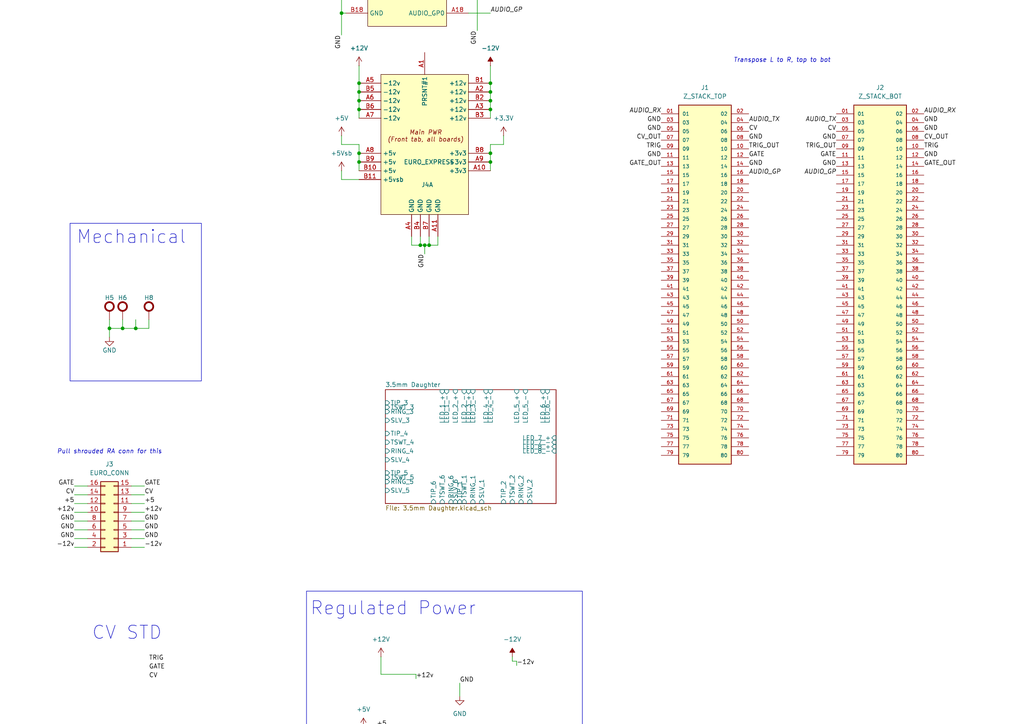
<source format=kicad_sch>
(kicad_sch (version 20231120) (generator "eeschema") (generator_version "8.0")
  (paper "A4")
  (lib_symbols
    (symbol "AT-Symbols:LSS-140-03-F-DV-A-K-TR" (pin_names (offset 1.016))
      (property "Reference" "J" (at -8.12 53.34 0))
      (property "Value" "LSS-140-03-F-DV-A-K-TR" (at -7.62 -53.34 0))
      (symbol "LSS-140-03-F-DV-A-K-TR_0_0"
        (rectangle (start -7.62 -50.8) (end 7.62 53.34) (stroke (width 0.254)) (fill (type background)))
        (pin passive line (at -12.7 50.8 0) (length 5.08) (name "01") (number "01"))
        (pin passive line (at 12.7 50.8 180) (length 5.08) (name "02") (number "02"))
        (pin passive line (at -12.7 48.26 0) (length 5.08) (name "03") (number "03"))
        (pin passive line (at 12.7 48.26 180) (length 5.08) (name "04") (number "04"))
        (pin passive line (at -12.7 45.72 0) (length 5.08) (name "05") (number "05"))
        (pin passive line (at 12.7 45.72 180) (length 5.08) (name "06") (number "06"))
        (pin passive line (at -12.7 43.18 0) (length 5.08) (name "07") (number "07"))
        (pin passive line (at 12.7 43.18 180) (length 5.08) (name "08") (number "08"))
        (pin passive line (at -12.7 40.64 0) (length 5.08) (name "09") (number "09"))
        (pin passive line (at 12.7 40.64 180) (length 5.08) (name "10") (number "10"))
        (pin passive line (at -12.7 38.1 0) (length 5.08) (name "11") (number "11"))
        (pin passive line (at 12.7 38.1 180) (length 5.08) (name "12") (number "12"))
        (pin passive line (at -12.7 35.56 0) (length 5.08) (name "13") (number "13"))
        (pin passive line (at 12.7 35.56 180) (length 5.08) (name "14") (number "14"))
        (pin passive line (at -12.7 33.02 0) (length 5.08) (name "15") (number "15"))
        (pin passive line (at 12.7 33.02 180) (length 5.08) (name "16") (number "16"))
        (pin passive line (at -12.7 30.48 0) (length 5.08) (name "17") (number "17"))
        (pin passive line (at 12.7 30.48 180) (length 5.08) (name "18") (number "18"))
        (pin passive line (at -12.7 27.94 0) (length 5.08) (name "19") (number "19"))
        (pin passive line (at 12.7 27.94 180) (length 5.08) (name "20") (number "20"))
        (pin passive line (at -12.7 25.4 0) (length 5.08) (name "21") (number "21"))
        (pin passive line (at 12.7 25.4 180) (length 5.08) (name "22") (number "22"))
        (pin passive line (at -12.7 22.86 0) (length 5.08) (name "23") (number "23"))
        (pin passive line (at 12.7 22.86 180) (length 5.08) (name "24") (number "24"))
        (pin passive line (at -12.7 20.32 0) (length 5.08) (name "25") (number "25"))
        (pin passive line (at 12.7 20.32 180) (length 5.08) (name "26") (number "26"))
        (pin passive line (at -12.7 17.78 0) (length 5.08) (name "27") (number "27"))
        (pin passive line (at 12.7 17.78 180) (length 5.08) (name "28") (number "28"))
        (pin passive line (at -12.7 15.24 0) (length 5.08) (name "29") (number "29"))
        (pin passive line (at 12.7 15.24 180) (length 5.08) (name "30") (number "30"))
        (pin passive line (at -12.7 12.7 0) (length 5.08) (name "31") (number "31"))
        (pin passive line (at 12.7 12.7 180) (length 5.08) (name "32") (number "32"))
        (pin passive line (at -12.7 10.16 0) (length 5.08) (name "33") (number "33"))
        (pin passive line (at 12.7 10.16 180) (length 5.08) (name "34") (number "34"))
        (pin passive line (at -12.7 7.62 0) (length 5.08) (name "35") (number "35"))
        (pin passive line (at 12.7 7.62 180) (length 5.08) (name "36") (number "36"))
        (pin passive line (at -12.7 5.08 0) (length 5.08) (name "37") (number "37"))
        (pin passive line (at 12.7 5.08 180) (length 5.08) (name "38") (number "38"))
        (pin passive line (at -12.7 2.54 0) (length 5.08) (name "39") (number "39"))
        (pin passive line (at 12.7 2.54 180) (length 5.08) (name "40") (number "40"))
        (pin passive line (at -12.7 0 0) (length 5.08) (name "41") (number "41"))
        (pin passive line (at 12.7 0 180) (length 5.08) (name "42") (number "42"))
        (pin passive line (at -12.7 -2.54 0) (length 5.08) (name "43") (number "43"))
        (pin passive line (at 12.7 -2.54 180) (length 5.08) (name "44") (number "44"))
        (pin passive line (at -12.7 -5.08 0) (length 5.08) (name "45") (number "45"))
        (pin passive line (at 12.7 -5.08 180) (length 5.08) (name "46") (number "46"))
        (pin passive line (at -12.7 -7.62 0) (length 5.08) (name "47") (number "47"))
        (pin passive line (at 12.7 -7.62 180) (length 5.08) (name "48") (number "48"))
        (pin passive line (at -12.7 -10.16 0) (length 5.08) (name "49") (number "49"))
        (pin passive line (at 12.7 -10.16 180) (length 5.08) (name "50") (number "50"))
        (pin passive line (at -12.7 -12.7 0) (length 5.08) (name "51") (number "51"))
        (pin passive line (at 12.7 -12.7 180) (length 5.08) (name "52") (number "52"))
        (pin passive line (at -12.7 -15.24 0) (length 5.08) (name "53") (number "53"))
        (pin passive line (at 12.7 -15.24 180) (length 5.08) (name "54") (number "54"))
        (pin passive line (at -12.7 -17.78 0) (length 5.08) (name "55") (number "55"))
        (pin passive line (at 12.7 -17.78 180) (length 5.08) (name "56") (number "56"))
        (pin passive line (at -12.7 -20.32 0) (length 5.08) (name "57") (number "57"))
        (pin passive line (at 12.7 -20.32 180) (length 5.08) (name "58") (number "58"))
        (pin passive line (at -12.7 -22.86 0) (length 5.08) (name "59") (number "59"))
        (pin passive line (at 12.7 -22.86 180) (length 5.08) (name "60") (number "60"))
        (pin passive line (at -12.7 -25.4 0) (length 5.08) (name "61") (number "61"))
        (pin passive line (at 12.7 -25.4 180) (length 5.08) (name "62") (number "62"))
        (pin passive line (at -12.7 -27.94 0) (length 5.08) (name "63") (number "63"))
        (pin passive line (at 12.7 -27.94 180) (length 5.08) (name "64") (number "64"))
        (pin passive line (at -12.7 -30.48 0) (length 5.08) (name "65") (number "65"))
        (pin passive line (at 12.7 -30.48 180) (length 5.08) (name "66") (number "66"))
        (pin passive line (at -12.7 -33.02 0) (length 5.08) (name "67") (number "67"))
        (pin passive line (at 12.7 -33.02 180) (length 5.08) (name "68") (number "68"))
        (pin passive line (at -12.7 -35.56 0) (length 5.08) (name "69") (number "69"))
        (pin passive line (at 12.7 -35.56 180) (length 5.08) (name "70") (number "70"))
        (pin passive line (at -12.7 -38.1 0) (length 5.08) (name "71") (number "71"))
        (pin passive line (at 12.7 -38.1 180) (length 5.08) (name "72") (number "72"))
        (pin passive line (at -12.7 -40.64 0) (length 5.08) (name "73") (number "73"))
        (pin passive line (at 12.7 -40.64 180) (length 5.08) (name "74") (number "74"))
        (pin passive line (at -12.7 -43.18 0) (length 5.08) (name "75") (number "75"))
        (pin passive line (at 12.7 -43.18 180) (length 5.08) (name "76") (number "76"))
        (pin passive line (at -12.7 -45.72 0) (length 5.08) (name "77") (number "77"))
        (pin passive line (at 12.7 -45.72 180) (length 5.08) (name "78") (number "78"))
        (pin passive line (at -12.7 -48.26 0) (length 5.08) (name "79") (number "79"))
        (pin passive line (at 12.7 -48.26 180) (length 5.08) (name "80") (number "80"))
      )
    )
    (symbol "Connector:EURO_Express" (in_bom no)
      (property "Reference" "J" (at -30.226 18.288 0))
      (property "Value" "EURO_EXPRESS" (at -12.192 43.434 0))
      (symbol "EURO_Express_1_0"
        (pin power_in line (at 19.05 -10.16 180) (length 6.35) (name "+3v3") (number "A10"))
        (pin power_in line (at 19.05 12.7 180) (length 6.35) (name "+12v") (number "A2"))
        (pin power_in line (at 19.05 7.62 180) (length 6.35) (name "+12v") (number "A3"))
        (pin passive line (at -3.81 -29.21 90) (length 6.35) (name "GND") (number "A4"))
        (pin power_in line (at -19.05 15.24 0) (length 6.35) (name "-12v") (number "A5"))
        (pin power_in line (at -19.05 10.16 0) (length 6.35) (name "-12v") (number "A6"))
        (pin power_in line (at -19.05 5.08 0) (length 6.35) (name "-12v") (number "A7"))
        (pin power_in line (at 19.05 -7.62 180) (length 6.35) (name "+3v3") (number "A9"))
        (pin power_in line (at 19.05 15.24 180) (length 6.35) (name "+12v") (number "B1"))
        (pin power_in line (at 19.05 10.16 180) (length 6.35) (name "+12v") (number "B2"))
        (pin power_in line (at 19.05 5.08 180) (length 6.35) (name "+12v") (number "B3"))
        (pin passive line (at -1.27 -29.21 90) (length 6.35) (name "GND") (number "B4"))
        (pin power_in line (at -19.05 12.7 0) (length 6.35) (name "-12v") (number "B5"))
        (pin power_in line (at -19.05 7.62 0) (length 6.35) (name "-12v") (number "B6"))
        (pin power_in line (at 19.05 -5.08 180) (length 6.35) (name "+3v3") (number "B8"))
      )
      (symbol "EURO_Express_1_1"
        (rectangle (start -12.7 17.78) (end 12.7 -22.86) (stroke (width 0) (color 72 0 0 1)) (fill (type background)))
        (text "Main PWR\n(Front tab, all boards)" (at 0.254 0 0) (effects (font (size 1.27 1.27) (italic yes))))
        (pin power_in line (at 0 24.13 270) (length 6.35) (name "PRSNT#1") (number "A1"))
        (pin passive line (at 3.81 -29.21 90) (length 6.35) (name "GND") (number "A11"))
        (pin power_in line (at -19.05 -5.08 0) (length 6.35) (name "+5v") (number "A8"))
        (pin power_in line (at -19.05 -10.16 0) (length 6.35) (name "+5v") (number "B10"))
        (pin power_in line (at -19.05 -12.7 0) (length 6.35) (name "+5vsb") (number "B11"))
        (pin passive line (at 1.27 -29.21 90) (length 6.35) (name "GND") (number "B7"))
        (pin power_in line (at -19.05 -7.62 0) (length 6.35) (name "+5v") (number "B9"))
      )
      (symbol "EURO_Express_2_1"
        (rectangle (start -20.32 41.91) (end 2.54 1.27) (stroke (width 0) (color 72 0 0 1)) (fill (type background)))
        (text "Core Lanes (PCIe x1)" (at -9.144 21.844 900) (effects (font (size 1.27 1.27) (italic yes))))
        (pin passive line (at 8.89 35.56 180) (length 6.35) (name "GND") (number "A12"))
        (pin output line (at 8.89 30.48 180) (length 6.35) (name "AUDIO_TX") (number "A13"))
        (pin output line (at 8.89 25.4 180) (length 6.35) (name "CV_IN") (number "A14"))
        (pin passive line (at 8.89 20.32 180) (length 6.35) (name "GND") (number "A15"))
        (pin output line (at 8.89 15.24 180) (length 6.35) (name "TRIG_OUT") (number "A16"))
        (pin input line (at 8.89 10.16 180) (length 6.35) (name "GATE_IN") (number "A17"))
        (pin bidirectional line (at 8.89 5.08 180) (length 6.35) (name "AUDIO_GP0") (number "A18"))
        (pin input line (at -26.67 35.56 0) (length 6.35) (name "AUDIO_RX") (number "B12"))
        (pin passive line (at -26.67 30.48 0) (length 6.35) (name "GND") (number "B13"))
        (pin output line (at -26.67 25.4 0) (length 6.35) (name "CV_OUT") (number "B14"))
        (pin input line (at -26.67 20.32 0) (length 6.35) (name "TRIG_IN") (number "B15"))
        (pin passive line (at -26.67 15.24 0) (length 6.35) (name "GND") (number "B16"))
        (pin output line (at -26.67 10.16 0) (length 6.35) (name "GATE_OUT") (number "B17"))
        (pin passive line (at -26.67 5.08 0) (length 6.35) (name "GND") (number "B18"))
      )
    )
    (symbol "Connector_Generic:Conn_02x08_Odd_Even" (pin_names (offset 1.016) hide)
      (property "Reference" "J" (at 1.27 10.16 0))
      (property "Value" "Conn_02x08_Odd_Even" (at 1.27 -12.7 0))
      (symbol "Conn_02x08_Odd_Even_1_1"
        (rectangle (start -1.27 -10.033) (end 0 -10.287) (stroke (width 0.1524)))
        (rectangle (start -1.27 -7.493) (end 0 -7.747) (stroke (width 0.1524)))
        (rectangle (start -1.27 -4.953) (end 0 -5.207) (stroke (width 0.1524)))
        (rectangle (start -1.27 -2.413) (end 0 -2.667) (stroke (width 0.1524)))
        (rectangle (start -1.27 0.127) (end 0 -0.127) (stroke (width 0.1524)))
        (rectangle (start -1.27 2.667) (end 0 2.413) (stroke (width 0.1524)))
        (rectangle (start -1.27 5.207) (end 0 4.953) (stroke (width 0.1524)))
        (rectangle (start -1.27 7.747) (end 0 7.493) (stroke (width 0.1524)))
        (rectangle (start -1.27 8.89) (end 3.81 -11.43) (stroke (width 0.254)) (fill (type background)))
        (rectangle (start 3.81 -10.033) (end 2.54 -10.287) (stroke (width 0.1524)))
        (rectangle (start 3.81 -7.493) (end 2.54 -7.747) (stroke (width 0.1524)))
        (rectangle (start 3.81 -4.953) (end 2.54 -5.207) (stroke (width 0.1524)))
        (rectangle (start 3.81 -2.413) (end 2.54 -2.667) (stroke (width 0.1524)))
        (rectangle (start 3.81 0.127) (end 2.54 -0.127) (stroke (width 0.1524)))
        (rectangle (start 3.81 2.667) (end 2.54 2.413) (stroke (width 0.1524)))
        (rectangle (start 3.81 5.207) (end 2.54 4.953) (stroke (width 0.1524)))
        (rectangle (start 3.81 7.747) (end 2.54 7.493) (stroke (width 0.1524)))
        (pin passive line (at -5.08 7.62 0) (length 3.81) (name "Pin_1") (number "1"))
        (pin passive line (at 7.62 -2.54 180) (length 3.81) (name "Pin_10") (number "10"))
        (pin passive line (at -5.08 -5.08 0) (length 3.81) (name "Pin_11") (number "11"))
        (pin passive line (at 7.62 -5.08 180) (length 3.81) (name "Pin_12") (number "12"))
        (pin passive line (at -5.08 -7.62 0) (length 3.81) (name "Pin_13") (number "13"))
        (pin passive line (at 7.62 -7.62 180) (length 3.81) (name "Pin_14") (number "14"))
        (pin passive line (at -5.08 -10.16 0) (length 3.81) (name "Pin_15") (number "15"))
        (pin passive line (at 7.62 -10.16 180) (length 3.81) (name "Pin_16") (number "16"))
        (pin passive line (at 7.62 7.62 180) (length 3.81) (name "Pin_2") (number "2"))
        (pin passive line (at -5.08 5.08 0) (length 3.81) (name "Pin_3") (number "3"))
        (pin passive line (at 7.62 5.08 180) (length 3.81) (name "Pin_4") (number "4"))
        (pin passive line (at -5.08 2.54 0) (length 3.81) (name "Pin_5") (number "5"))
        (pin passive line (at 7.62 2.54 180) (length 3.81) (name "Pin_6") (number "6"))
        (pin passive line (at -5.08 0 0) (length 3.81) (name "Pin_7") (number "7"))
        (pin passive line (at 7.62 0 180) (length 3.81) (name "Pin_8") (number "8"))
        (pin passive line (at -5.08 -2.54 0) (length 3.81) (name "Pin_9") (number "9"))
      )
    )
    (symbol "EURO_Express_1" (in_bom no)
      (property "Reference" "J" (at -30.226 18.288 0))
      (property "Value" "EURO_EXPRESS" (at -12.192 43.434 0))
      (symbol "EURO_Express_1_1_0"
        (pin power_in line (at 19.05 -10.16 180) (length 6.35) (name "+3v3") (number "A10"))
        (pin power_in line (at 19.05 12.7 180) (length 6.35) (name "+12v") (number "A2"))
        (pin power_in line (at 19.05 7.62 180) (length 6.35) (name "+12v") (number "A3"))
        (pin passive line (at -3.81 -29.21 90) (length 6.35) (name "GND") (number "A4"))
        (pin power_in line (at -19.05 15.24 0) (length 6.35) (name "-12v") (number "A5"))
        (pin power_in line (at -19.05 10.16 0) (length 6.35) (name "-12v") (number "A6"))
        (pin power_in line (at -19.05 5.08 0) (length 6.35) (name "-12v") (number "A7"))
        (pin power_in line (at 19.05 -7.62 180) (length 6.35) (name "+3v3") (number "A9"))
        (pin power_in line (at 19.05 15.24 180) (length 6.35) (name "+12v") (number "B1"))
        (pin power_in line (at 19.05 10.16 180) (length 6.35) (name "+12v") (number "B2"))
        (pin power_in line (at 19.05 5.08 180) (length 6.35) (name "+12v") (number "B3"))
        (pin passive line (at -1.27 -29.21 90) (length 6.35) (name "GND") (number "B4"))
        (pin power_in line (at -19.05 12.7 0) (length 6.35) (name "-12v") (number "B5"))
        (pin power_in line (at -19.05 7.62 0) (length 6.35) (name "-12v") (number "B6"))
        (pin power_in line (at 19.05 -5.08 180) (length 6.35) (name "+3v3") (number "B8"))
      )
      (symbol "EURO_Express_1_1_1"
        (rectangle (start -12.7 17.78) (end 12.7 -22.86) (stroke (width 0) (color 72 0 0 1)) (fill (type background)))
        (text "Main PWR\n(Front tab, all boards)" (at 0.254 0 0) (effects (font (size 1.27 1.27) (italic yes))))
        (pin power_in line (at 0 24.13 270) (length 6.35) (name "PRSNT#1") (number "A1"))
        (pin passive line (at 3.81 -29.21 90) (length 6.35) (name "GND") (number "A11"))
        (pin power_in line (at -19.05 -5.08 0) (length 6.35) (name "+5v") (number "A8"))
        (pin power_in line (at -19.05 -10.16 0) (length 6.35) (name "+5v") (number "B10"))
        (pin power_in line (at -19.05 -12.7 0) (length 6.35) (name "+5vsb") (number "B11"))
        (pin passive line (at 1.27 -29.21 90) (length 6.35) (name "GND") (number "B7"))
        (pin power_in line (at -19.05 -7.62 0) (length 6.35) (name "+5v") (number "B9"))
      )
      (symbol "EURO_Express_1_2_1"
        (rectangle (start -20.32 41.91) (end 2.54 1.27) (stroke (width 0) (color 72 0 0 1)) (fill (type background)))
        (text "Core Lanes (PCIe x1)" (at -9.144 21.844 900) (effects (font (size 1.27 1.27) (italic yes))))
        (pin passive line (at 8.89 35.56 180) (length 6.35) (name "GND") (number "A12"))
        (pin output line (at 8.89 30.48 180) (length 6.35) (name "AUDIO_TX") (number "A13"))
        (pin output line (at 8.89 25.4 180) (length 6.35) (name "CV_IN") (number "A14"))
        (pin passive line (at 8.89 20.32 180) (length 6.35) (name "GND") (number "A15"))
        (pin output line (at 8.89 15.24 180) (length 6.35) (name "TRIG_OUT") (number "A16"))
        (pin input line (at 8.89 10.16 180) (length 6.35) (name "GATE_IN") (number "A17"))
        (pin bidirectional line (at 8.89 5.08 180) (length 6.35) (name "AUDIO_GP0") (number "A18"))
        (pin input line (at -26.67 35.56 0) (length 6.35) (name "AUDIO_RX") (number "B12"))
        (pin passive line (at -26.67 30.48 0) (length 6.35) (name "GND") (number "B13"))
        (pin output line (at -26.67 25.4 0) (length 6.35) (name "CV_OUT") (number "B14"))
        (pin input line (at -26.67 20.32 0) (length 6.35) (name "TRIG_IN") (number "B15"))
        (pin passive line (at -26.67 15.24 0) (length 6.35) (name "GND") (number "B16"))
        (pin output line (at -26.67 10.16 0) (length 6.35) (name "GATE_OUT") (number "B17"))
        (pin passive line (at -26.67 5.08 0) (length 6.35) (name "GND") (number "B18"))
      )
    )
    (symbol "llama_shared:GND" (power) (pin_names (offset 0))
      (property "Value" "GND" (at 0 -3.81 0))
      (symbol "GND_1_1"
        (polyline (pts (xy 0 0) (xy 0 -1.27) (xy 1.27 -1.27) (xy 0 -2.54) (xy -1.27 -1.27) (xy 0 -1.27)))
        (pin power_in line (at 0 0 270) (length 0) hide (name "GND") (number "1"))
      )
    )
    (symbol "llama_shared:H_HOLE" (pin_numbers hide) (pin_names (offset 1.016) hide)
      (property "Reference" "H" (at 0 2.54 0))
      (property "Value" "H_HOLE" (at 0 -8.89 0))
      (symbol "H_HOLE_1_1"
        (circle (center 0 0) (radius 1.27) (stroke (width 0.508)))
        (pin passive line (at 0 -3.81 90) (length 2.54) (name "1") (number "1"))
      )
    )
    (symbol "power:+12V" (power) (pin_numbers hide) (pin_names (offset 0) hide)
      (property "Value" "+12V" (at 0 3.556 0))
      (symbol "+12V_0_1"
        (polyline (pts (xy -0.762 1.27) (xy 0 2.54)))
        (polyline (pts (xy 0 0) (xy 0 2.54)))
        (polyline (pts (xy 0 2.54) (xy 0.762 1.27)))
      )
      (symbol "+12V_1_1"
        (pin power_in line (at 0 0 90) (length 0) (name "~") (number "1"))
      )
    )
    (symbol "power:+3.3V" (power) (pin_numbers hide) (pin_names (offset 0) hide)
      (property "Value" "+3.3V" (at 0 3.556 0))
      (symbol "+3.3V_0_1"
        (polyline (pts (xy -0.762 1.27) (xy 0 2.54)))
        (polyline (pts (xy 0 0) (xy 0 2.54)))
        (polyline (pts (xy 0 2.54) (xy 0.762 1.27)))
      )
      (symbol "+3.3V_1_1"
        (pin power_in line (at 0 0 90) (length 0) (name "~") (number "1"))
      )
    )
    (symbol "power:+5V" (power) (pin_numbers hide) (pin_names (offset 0) hide)
      (property "Value" "+5V" (at 0 3.556 0))
      (symbol "+5V_0_1"
        (polyline (pts (xy -0.762 1.27) (xy 0 2.54)))
        (polyline (pts (xy 0 0) (xy 0 2.54)))
        (polyline (pts (xy 0 2.54) (xy 0.762 1.27)))
      )
      (symbol "+5V_1_1"
        (pin power_in line (at 0 0 90) (length 0) (name "~") (number "1"))
      )
    )
    (symbol "power:+5VA" (power) (pin_numbers hide) (pin_names (offset 0) hide)
      (property "Value" "+5VA" (at 0 3.556 0))
      (symbol "+5VA_0_1"
        (polyline (pts (xy -0.762 1.27) (xy 0 2.54)))
        (polyline (pts (xy 0 0) (xy 0 2.54)))
        (polyline (pts (xy 0 2.54) (xy 0.762 1.27)))
      )
      (symbol "+5VA_1_1"
        (pin power_in line (at 0 0 90) (length 0) (name "~") (number "1"))
      )
    )
    (symbol "power:-12V" (power) (pin_numbers hide) (pin_names (offset 0) hide)
      (property "Value" "-12V" (at 0 3.556 0))
      (symbol "-12V_0_0"
        (pin power_in line (at 0 0 90) (length 0) (name "~") (number "1"))
      )
      (symbol "-12V_0_1"
        (polyline (pts (xy 0 0) (xy 0 1.27) (xy 0.762 1.27) (xy 0 2.54) (xy -0.762 1.27) (xy 0 1.27)) (fill (type outline)))
      )
    )
    (symbol "power:GND" (power) (pin_numbers hide) (pin_names (offset 0) hide)
      (property "Value" "GND" (at 0 -3.81 0))
      (symbol "GND_0_1"
        (polyline (pts (xy 0 0) (xy 0 -1.27) (xy 1.27 -1.27) (xy 0 -2.54) (xy -1.27 -1.27) (xy 0 -1.27)))
      )
      (symbol "GND_1_1"
        (pin power_in line (at 0 0 270) (length 0) (name "~") (number "1"))
      )
    )
  )
  (junction (at 99.06 -6.35))
  (junction (at 104.14 46.99))
  (junction (at 142.24 29.21))
  (junction (at 31.75 95.25))
  (junction (at 121.92 71.12))
  (junction (at 142.24 44.45))
  (junction (at 104.14 29.21))
  (junction (at 104.14 24.13))
  (junction (at 104.14 31.75))
  (junction (at 39.37 95.25))
  (junction (at 138.43 -11.43))
  (junction (at 142.24 26.67))
  (junction (at 124.46 71.12))
  (junction (at 142.24 24.13))
  (junction (at 104.14 44.45))
  (junction (at 123.19 71.12))
  (junction (at 35.56 95.25))
  (junction (at 99.06 3.81))
  (junction (at 142.24 31.75))
  (junction (at 104.14 26.67))
  (junction (at 142.24 46.99))
  (wire (pts (xy 21.59 151.13) (xy 25.4 151.13)))
  (wire (pts (xy 146.05 39.37) (xy 146.05 41.91)))
  (wire (pts (xy 21.59 143.51) (xy 25.4 143.51)))
  (wire (pts (xy 31.75 95.25) (xy 31.75 97.79)))
  (wire (pts (xy 39.37 95.25) (xy 43.18 95.25)))
  (wire (pts (xy 133.35 198.12) (xy 133.35 201.93)))
  (wire (pts (xy 142.24 29.21) (xy 142.24 31.75)))
  (wire (pts (xy 41.91 156.21) (xy 38.1 156.21)))
  (wire (pts (xy 142.24 19.05) (xy 142.24 24.13)))
  (wire (pts (xy 135.89 -11.43) (xy 138.43 -11.43)))
  (wire (pts (xy 104.14 19.05) (xy 104.14 24.13)))
  (wire (pts (xy 21.59 140.97) (xy 25.4 140.97)))
  (wire (pts (xy 99.06 -21.59) (xy 99.06 -6.35)))
  (wire (pts (xy 142.24 26.67) (xy 142.24 29.21)))
  (wire (pts (xy 124.46 71.12) (xy 123.19 71.12)))
  (wire (pts (xy 99.06 49.53) (xy 99.06 52.07)))
  (wire (pts (xy 124.46 68.58) (xy 124.46 71.12)))
  (wire (pts (xy 41.91 158.75) (xy 38.1 158.75)))
  (wire (pts (xy 119.38 71.12) (xy 121.92 71.12)))
  (wire (pts (xy 142.24 41.91) (xy 146.05 41.91)))
  (wire (pts (xy 31.75 95.25) (xy 35.56 95.25)))
  (wire (pts (xy 21.59 148.59) (xy 25.4 148.59)))
  (wire (pts (xy 21.59 153.67) (xy 25.4 153.67)))
  (wire (pts (xy 127 68.58) (xy 127 71.12)))
  (wire (pts (xy 41.91 151.13) (xy 38.1 151.13)))
  (wire (pts (xy 104.14 29.21) (xy 104.14 31.75)))
  (wire (pts (xy 142.24 46.99) (xy 142.24 44.45)))
  (wire (pts (xy 91.44 -11.43) (xy 100.33 -11.43)))
  (wire (pts (xy 104.14 41.91) (xy 104.14 44.45)))
  (wire (pts (xy 35.56 95.25) (xy 39.37 95.25)))
  (wire (pts (xy 138.43 -11.43) (xy 138.43 8.89)))
  (wire (pts (xy 142.24 -6.35) (xy 135.89 -6.35)))
  (wire (pts (xy 104.14 26.67) (xy 104.14 29.21)))
  (wire (pts (xy 110.49 195.58) (xy 110.49 190.5)))
  (wire (pts (xy 41.91 146.05) (xy 38.1 146.05)))
  (wire (pts (xy 104.14 44.45) (xy 104.14 46.99)))
  (wire (pts (xy 119.38 68.58) (xy 119.38 71.12)))
  (wire (pts (xy 99.06 -6.35) (xy 99.06 3.81)))
  (wire (pts (xy 121.92 71.12) (xy 123.19 71.12)))
  (wire (pts (xy 149.86 193.04) (xy 149.86 191.77)))
  (wire (pts (xy 43.18 95.25) (xy 43.18 92.71)))
  (wire (pts (xy 104.14 24.13) (xy 104.14 26.67)))
  (wire (pts (xy 142.24 24.13) (xy 142.24 26.67)))
  (wire (pts (xy 21.59 156.21) (xy 25.4 156.21)))
  (wire (pts (xy 149.86 191.77) (xy 148.59 191.77)))
  (wire (pts (xy 104.14 52.07) (xy 99.06 52.07)))
  (wire (pts (xy 142.24 -21.59) (xy 135.89 -21.59)))
  (wire (pts (xy 99.06 39.37) (xy 99.06 41.91)))
  (wire (pts (xy 142.24 31.75) (xy 142.24 34.29)))
  (wire (pts (xy 104.14 46.99) (xy 104.14 49.53)))
  (wire (pts (xy 104.14 31.75) (xy 104.14 34.29)))
  (wire (pts (xy 41.91 140.97) (xy 38.1 140.97)))
  (wire (pts (xy 31.75 92.71) (xy 31.75 95.25)))
  (wire (pts (xy 142.24 44.45) (xy 142.24 41.91)))
  (wire (pts (xy 123.19 71.12) (xy 123.19 73.66)))
  (wire (pts (xy 41.91 148.59) (xy 38.1 148.59)))
  (wire (pts (xy 99.06 -6.35) (xy 100.33 -6.35)))
  (wire (pts (xy 138.43 -26.67) (xy 138.43 -11.43)))
  (wire (pts (xy 41.91 153.67) (xy 38.1 153.67)))
  (wire (pts (xy 39.37 95.25) (xy 39.37 92.71)))
  (wire (pts (xy 99.06 3.81) (xy 100.33 3.81)))
  (wire (pts (xy 91.44 -1.27) (xy 100.33 -1.27)))
  (wire (pts (xy 21.59 158.75) (xy 25.4 158.75)))
  (wire (pts (xy 148.59 191.77) (xy 148.59 190.5)))
  (wire (pts (xy 120.65 196.85) (xy 120.65 195.58)))
  (wire (pts (xy 41.91 143.51) (xy 38.1 143.51)))
  (wire (pts (xy 109.22 210.82) (xy 105.41 210.82)))
  (wire (pts (xy 142.24 3.81) (xy 135.89 3.81)))
  (wire (pts (xy 120.65 195.58) (xy 110.49 195.58)))
  (wire (pts (xy 142.24 49.53) (xy 142.24 46.99)))
  (wire (pts (xy 142.24 -16.51) (xy 135.89 -16.51)))
  (wire (pts (xy 104.14 41.91) (xy 99.06 41.91)))
  (wire (pts (xy 35.56 95.25) (xy 35.56 92.71)))
  (wire (pts (xy 91.44 -16.51) (xy 100.33 -16.51)))
  (wire (pts (xy 99.06 3.81) (xy 99.06 10.16)))
  (wire (pts (xy 100.33 -21.59) (xy 99.06 -21.59)))
  (wire (pts (xy 127 71.12) (xy 124.46 71.12)))
  (wire (pts (xy 135.89 -26.67) (xy 138.43 -26.67)))
  (wire (pts (xy 93.98 -26.67) (xy 100.33 -26.67)))
  (wire (pts (xy 142.24 -1.27) (xy 135.89 -1.27)))
  (wire (pts (xy 21.59 146.05) (xy 25.4 146.05)))
  (wire (pts (xy 121.92 68.58) (xy 121.92 71.12)))
  (rectangle (start 88.9 171.45) (end 168.91 217.17))
  (rectangle (start 20.32 64.77) (end 58.42 110.49))
  (text "Mechanical" (at 38.1 68.834 0) (effects (font (size 3.81 3.81))))
  (text "Transpose L to R, top to bot" (at 226.822 17.526 0) (effects (font (size 1.27 1.27) (italic yes))))
  (text "Regulated Power" (at 114.046 176.53 0) (effects (font (size 3.81 3.81))))
  (text "CV STD" (at 36.83 183.642 0) (effects (font (size 3.81 3.81))))
  (text "Pull shrouded RA conn for this" (at 31.75 131.064 0) (effects (font (size 1.27 1.27) (italic yes))))
  (label "GND" (at 191.77 45.72 180))
  (label "GND" (at 99.06 10.16 270))
  (label "TRIG_OUT" (at 242.57 43.18 180))
  (label "GND" (at 217.17 40.64 0))
  (label "GND" (at 267.97 35.56 0))
  (label "CV" (at 21.59 143.51 180))
  (label "CV" (at 242.57 38.1 180))
  (label "GND" (at 21.59 153.67 180))
  (label "GND" (at 41.91 153.67 0))
  (label "GATE" (at 21.59 140.97 180))
  (label "TRIG" (at 91.44 -11.43 180))
  (label "AUDIO_TX" (at 142.24 -21.59 0) (effects (font (italic yes))))
  (label "TRIG" (at 43.18 191.77 0))
  (label "-12v" (at 21.59 158.75 180))
  (label "GATE_OUT" (at 91.44 -1.27 180))
  (label "GND" (at 217.17 48.26 0))
  (label "GATE" (at 217.17 45.72 0))
  (label "GND" (at 133.35 198.12 0))
  (label "AUDIO_TX" (at 242.57 35.56 180) (effects (font (italic yes))))
  (label "TRIG" (at 191.77 43.18 180))
  (label "GND" (at 41.91 151.13 0))
  (label "GND" (at 191.77 35.56 180))
  (label "GATE_OUT" (at 267.97 48.26 0))
  (label "AUDIO_GP" (at 242.57 50.8 180) (effects (font (italic yes))))
  (label "GND" (at 267.97 38.1 0))
  (label "+5" (at 109.22 210.82 0))
  (label "CV_OUT" (at 267.97 40.64 0))
  (label "GATE" (at 142.24 -1.27 0))
  (label "CV" (at 41.91 143.51 0))
  (label "+12v" (at 120.65 196.85 0))
  (label "GND" (at 242.57 40.64 180))
  (label "CV" (at 43.18 196.85 0))
  (label "+12v" (at 41.91 148.59 0))
  (label "TRIG" (at 267.97 43.18 0))
  (label "GATE_OUT" (at 191.77 48.26 180))
  (label "GND" (at 41.91 156.21 0))
  (label "TRIG_OUT" (at 217.17 43.18 0))
  (label "GND" (at 242.57 48.26 180))
  (label "AUDIO_RX" (at 191.77 33.02 180) (effects (font (italic yes))))
  (label "GND" (at 123.19 73.66 270))
  (label "GND" (at 21.59 151.13 180))
  (label "GND" (at 21.59 156.21 180))
  (label "GND" (at 138.43 8.89 270))
  (label "-12v" (at 41.91 158.75 0))
  (label "AUDIO_RX" (at 93.98 -26.67 180) (effects (font (italic yes))))
  (label "+5" (at 41.91 146.05 0))
  (label "AUDIO_RX" (at 267.97 33.02 0) (effects (font (italic yes))))
  (label "AUDIO_GP" (at 217.17 50.8 0) (effects (font (italic yes))))
  (label "AUDIO_GP" (at 142.24 3.81 0) (effects (font (italic yes))))
  (label "GATE" (at 242.57 45.72 180))
  (label "TRIG_OUT" (at 142.24 -6.35 0))
  (label "CV_OUT" (at 191.77 40.64 180))
  (label "GATE" (at 41.91 140.97 0))
  (label "CV" (at 142.24 -16.51 0))
  (label "GND" (at 191.77 38.1 180))
  (label "GND" (at 267.97 45.72 0))
  (label "CV_OUT" (at 91.44 -16.51 180))
  (label "+5" (at 21.59 146.05 180))
  (label "-12v" (at 149.86 193.04 0))
  (label "+12v" (at 21.59 148.59 180))
  (label "AUDIO_TX" (at 217.17 35.56 0) (effects (font (italic yes))))
  (label "GATE" (at 43.18 194.31 0))
  (label "CV" (at 217.17 38.1 0))
  (symbol (lib_id "llama_shared:H_HOLE") (at 31.75 88.9 0) (unit 1)
    (property "Reference" "H5" (at 31.75 86.36 0))
    (property "Value" "H_HOLE" (effects (hide yes)))
    (property "Footprint" "llama_shared:H_ATX_PERF" (effects (hide yes)))
  )
  (symbol (lib_id "power:+5V") (at 105.41 210.82 0) (unit 1)
    (property "Reference" "#PWR09" (effects (hide yes)))
    (property "Value" "+5V" (at 105.41 205.74 0))
    (property "Description" "Power symbol creates a global label with name \"+5V\"" (effects (hide yes)))
  )
  (symbol (lib_id "Connector:EURO_Express") (at 127 8.89 0) (unit 2) (in_bom no)
    (property "Reference" "J4" (at 114.935 -36.83 0))
    (property "Value" "EURO_EXPRESS" (at 114.935 -34.29 0))
    (property "Footprint" "AT-Footprints:BUS_EUROexpress" (effects (hide yes)))
    (property "Description" "PCIe x16 based Eurorack compatible bus" (effects (hide yes)))
  )
  (symbol (lib_id "AT-Symbols:LSS-140-03-F-DV-A-K-TR") (at 204.47 83.82 0) (unit 1)
    (property "Reference" "J1" (at 204.47 25.4 0))
    (property "Value" "Z_STACK_TOP" (at 204.47 27.94 0))
    (property "Footprint" "AT-Footprints:SAMTEC_LSS-140-03-F-DV-A-K-TR" (effects (hide yes)))
    (property "PARTREV" "R" (effects (hide yes)))
    (property "MANUFACTURER" "Samtec" (effects (hide yes)))
    (property "STANDARD" "Manufacturer Recommendations" (effects (hide yes)))
  )
  (symbol (lib_id "power:-12V") (at 148.59 190.5 0) (unit 1)
    (property "Reference" "#PWR011" (effects (hide yes)))
    (property "Value" "-12V" (at 148.59 185.42 0))
    (property "Description" "Power symbol creates a global label with name \"-12V\"" (effects (hide yes)))
  )
  (symbol (lib_id "llama_shared:H_HOLE") (at 43.18 88.9 0) (unit 1)
    (property "Reference" "H8" (at 43.18 86.36 0))
    (property "Value" "H_HOLE" (effects (hide yes)))
    (property "Footprint" "llama_shared:H_ATX_PERF" (effects (hide yes)))
  )
  (symbol (lib_id "power:+5V") (at 99.06 39.37 0) (unit 1)
    (property "Reference" "#PWR04" (effects (hide yes)))
    (property "Value" "+5V" (at 99.06 34.29 0))
    (property "Description" "Power symbol creates a global label with name \"+5V\"" (effects (hide yes)))
  )
  (symbol (lib_id "llama_shared:H_HOLE") (at -93.218 76.2 0) (unit 1)
    (property "Reference" "H7" (at -93.218 73.66 0))
    (property "Value" "H_HOLE" (effects (hide yes)))
    (property "Footprint" "llama_shared:H_ATX_PERF" (effects (hide yes)))
  )
  (symbol (lib_id "Connector_Generic:Conn_02x08_Odd_Even") (at 33.02 151.13 180) (unit 1)
    (property "Reference" "J3" (at 31.75 134.62 0))
    (property "Value" "EURO_CONN" (at 31.75 137.16 0))
    (property "Footprint" "AT-Footprints:EURORACK Right Angle" (effects (hide yes)))
    (property "Description" "Generic connector, double row, 02x08, odd/even pin numbering scheme (row 1 odd numbers, row 2 even numbers), script generated (kicad-library-utils/schlib/autogen/connector/)" (effects (hide yes)))
  )
  (symbol (lib_id "power:-12V") (at 142.24 19.05 0) (unit 1)
    (property "Reference" "#PWR06" (effects (hide yes)))
    (property "Value" "-12V" (at 142.24 13.97 0))
    (property "Description" "Power symbol creates a global label with name \"-12V\"" (effects (hide yes)))
  )
  (symbol (lib_id "llama_shared:H_HOLE") (at 35.56 88.9 0) (unit 1)
    (property "Reference" "H6" (at 35.56 86.36 0))
    (property "Value" "H_HOLE" (effects (hide yes)))
    (property "Footprint" "llama_shared:H_ATX_PERF" (effects (hide yes)))
  )
  (symbol (lib_id "llama_shared:GND") (at 31.75 97.79 0) (unit 1)
    (property "Reference" "#PWR01" (effects (hide yes)))
    (property "Value" "GND" (at 31.75 101.6 0))
  )
  (symbol (lib_id "power:GND") (at 133.35 201.93 0) (unit 1)
    (property "Reference" "#PWR08" (effects (hide yes)))
    (property "Value" "GND" (at 133.35 207.01 0))
    (property "Description" "Power symbol creates a global label with name \"GND\" , ground" (effects (hide yes)))
  )
  (symbol (lib_name "EURO_Express_1") (lib_id "Connector:EURO_Express") (at 123.19 39.37 0) (unit 1) (in_bom no)
    (property "Reference" "J4" (at 122.174 53.594 0) (effects (justify left)))
    (property "Value" "EURO_EXPRESS" (at 117.094 46.99 0) (effects (justify left)))
    (property "Footprint" "AT-Footprints:BUS_EUROexpress" (effects (hide yes)))
  )
  (symbol (lib_id "power:+5VA") (at 99.06 49.53 0) (unit 1)
    (property "Reference" "#PWR07" (effects (hide yes)))
    (property "Value" "+5Vsb" (at 99.06 44.45 0))
    (property "Description" "Power symbol creates a global label with name \"+5VA\"" (effects (hide yes)))
  )
  (symbol (lib_id "power:+12V") (at 110.49 190.5 0) (unit 1)
    (property "Reference" "#PWR010" (effects (hide yes)))
    (property "Value" "+12V" (at 110.49 185.42 0))
    (property "Description" "Power symbol creates a global label with name \"+12V\"" (effects (hide yes)))
  )
  (symbol (lib_id "power:+3.3V") (at 146.05 39.37 0) (unit 1)
    (property "Reference" "#PWR03" (effects (hide yes)))
    (property "Value" "+3.3V" (at 146.05 34.29 0))
    (property "Description" "Power symbol creates a global label with name \"+3.3V\"" (effects (hide yes)))
  )
  (symbol (lib_id "power:+12V") (at 104.14 19.05 0) (unit 1)
    (property "Reference" "#PWR05" (effects (hide yes)))
    (property "Value" "+12V" (at 104.14 13.97 0))
    (property "Description" "Power symbol creates a global label with name \"+12V\"" (effects (hide yes)))
  )
  (symbol (lib_id "AT-Symbols:LSS-140-03-F-DV-A-K-TR") (at 255.27 83.82 0) (unit 1)
    (property "Reference" "J2" (at 255.27 25.4 0))
    (property "Value" "Z_STACK_BOT" (at 255.27 27.94 0))
    (property "Footprint" "AT-Footprints:SAMTEC_LSS-140-03-F-DV-A-K-TR" (effects (hide yes)))
    (property "PARTREV" "R" (effects (hide yes)))
    (property "MANUFACTURER" "Samtec" (effects (hide yes)))
    (property "STANDARD" "Manufacturer Recommendations" (effects (hide yes)))
  )
  (sheet (at 111.76 113.03) (size 49.53 33.02) (stroke (width 0.1524))
    (property "Sheetname" "3.5mm Daughter" (at 111.76 112.3184 0) (effects (justify left bottom)))
    (property "Sheetfile" "3.5mm Daughter.kicad_sch" (at 111.76 146.6346 0) (effects (justify left top)))
    (pin "TSWT_4" input (at 111.76 128.27 180))
    (pin "RING_4" input (at 111.76 130.81 180))
    (pin "TIP_4" input (at 111.76 125.73 180))
    (pin "SLV_5" input (at 111.76 142.24 180))
    (pin "LED_5_+" input (at 149.86 113.03 90))
    (pin "LED_5_-" input (at 152.4 113.03 90))
    (pin "TSWT_6" input (at 128.27 146.05 270))
    (pin "RING_6" input (at 130.81 146.05 270))
    (pin "TIP_6" input (at 125.73 146.05 270))
    (pin "TIP_3" input (at 111.76 116.84 180))
    (pin "RING_3" input (at 111.76 119.38 180))
    (pin "LED_7_-" input (at 161.29 128.27 0))
    (pin "LED_8_-" input (at 161.29 130.81 0))
    (pin "SLV_1" input (at 139.7 146.05 270))
    (pin "LED_1_-" input (at 129.54 113.03 90))
    (pin "RING_2" input (at 151.13 146.05 270))
    (pin "LED_1_+" input (at 128.27 113.03 90))
    (pin "LED_3_-" input (at 137.16 113.03 90))
    (pin "TSWT_2" input (at 148.59 146.05 270))
    (pin "TIP_2" input (at 146.05 146.05 270))
    (pin "TSWT_1" input (at 134.62 146.05 270))
    (pin "TIP_1" input (at 133.35 146.05 270))
    (pin "RING_1" input (at 137.16 146.05 270))
    (pin "LED_2_+" input (at 132.08 113.03 90))
    (pin "LED_2_-" input (at 134.62 113.03 90))
    (pin "TSWT_3" input (at 111.76 118.11 180))
    (pin "SLV_2" input (at 153.67 146.05 270))
    (pin "LED_6_-" input (at 158.75 113.03 90))
    (pin "SLV_6" input (at 132.08 146.05 270))
    (pin "LED_8_+" input (at 161.29 129.54 0))
    (pin "LED_3_+" input (at 135.89 113.03 90))
    (pin "SLV_3" input (at 111.76 121.92 180))
    (pin "LED_7_+" input (at 161.29 127 0))
    (pin "TSWT_5" input (at 111.76 138.43 180))
    (pin "LED_4_-" input (at 142.24 113.03 90))
    (pin "LED_4_+" input (at 140.97 113.03 90))
    (pin "RING_5" input (at 111.76 139.7 180))
    (pin "SLV_4" input (at 111.76 133.35 180))
    (pin "LED_6_+" input (at 157.48 113.03 90))
    (pin "TIP_5" input (at 111.76 137.16 180))
  )
)
</source>
